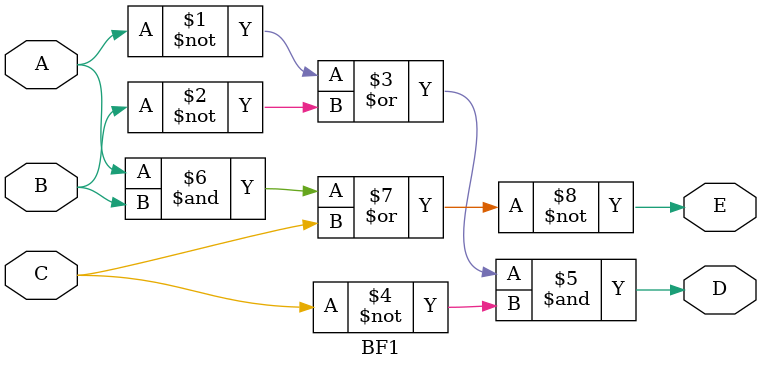
<source format=v>
`timescale 1ns / 1ps


module BF1(
    input A,
    input B,
    input C,
    output D,
    output E
    );
    
    assign D = (~A | ~B) & ~C;
    assign E = ~( (A & B) | C );
    
endmodule

</source>
